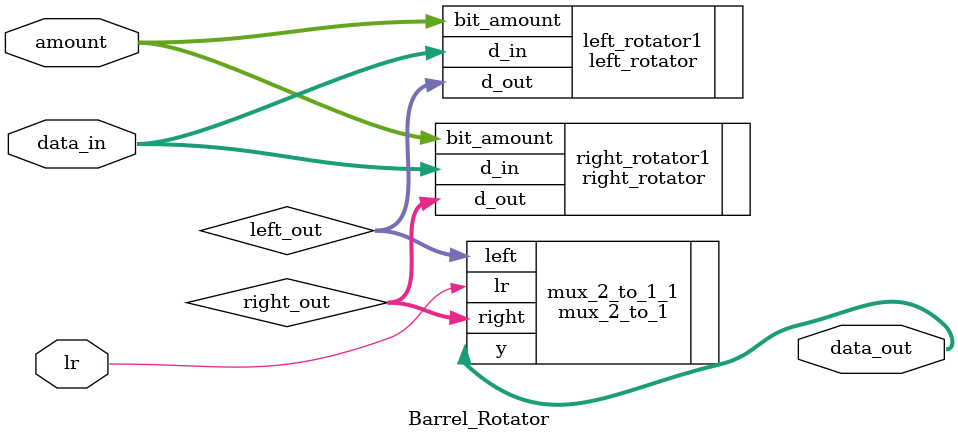
<source format=v>
`timescale 1ns / 1ps
module Barrel_Rotator(
	output [7:0] data_out, 
	input wire lr,
	input wire [2:0] amount,
	input [7:0] data_in
    );
	 
	 // internal signals
	wire [7:0] left_out, right_out;
	 
	left_rotator left_rotator1(
		.d_out(left_out),	//output
		.d_in(data_in),	//inputs
		.bit_amount(amount)
		);
	
	right_rotator right_rotator1(
		.d_out(right_out),	//output
		.d_in(data_in),	//inputs
		.bit_amount(amount)
		);
	
	mux_2_to_1 mux_2_to_1_1(
		.y(data_out),	//output
		.left(left_out),//inputs
		.right(right_out),
		.lr(lr)
		);
endmodule // Barrel_Rotator

</source>
